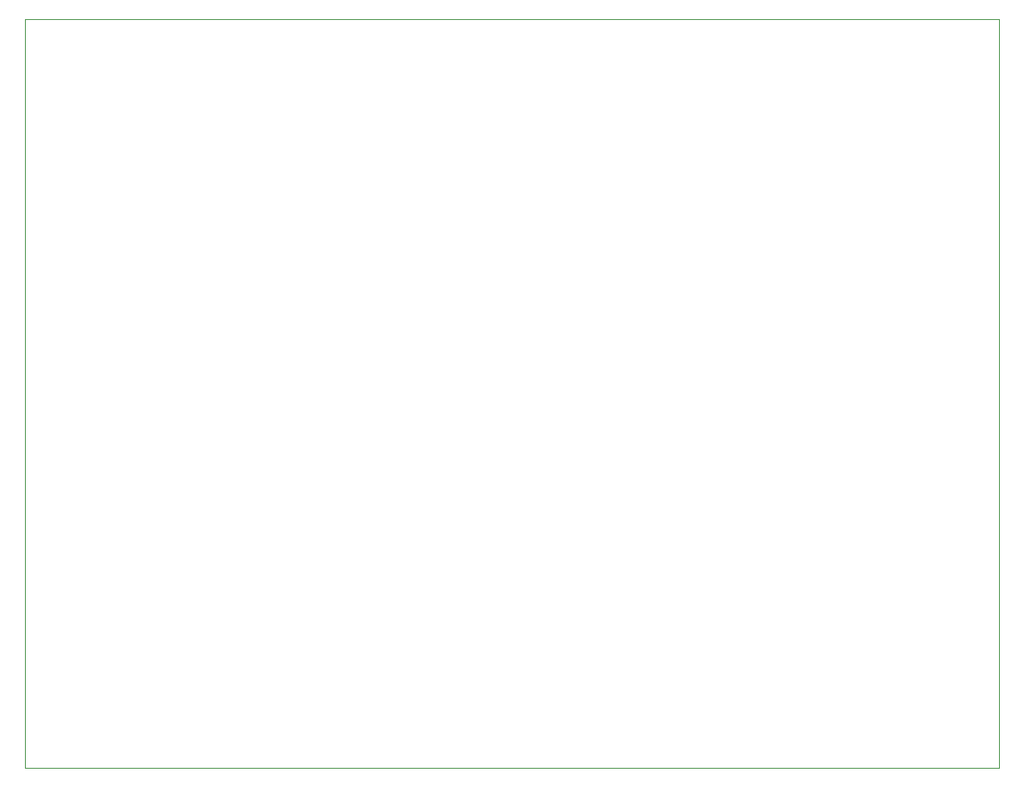
<source format=gbr>
%TF.GenerationSoftware,KiCad,Pcbnew,7.0.9*%
%TF.CreationDate,2023-12-21T11:10:10+01:00*%
%TF.ProjectId,OptiprodV2,4f707469-7072-46f6-9456-322e6b696361,rev?*%
%TF.SameCoordinates,Original*%
%TF.FileFunction,Profile,NP*%
%FSLAX46Y46*%
G04 Gerber Fmt 4.6, Leading zero omitted, Abs format (unit mm)*
G04 Created by KiCad (PCBNEW 7.0.9) date 2023-12-21 11:10:10*
%MOMM*%
%LPD*%
G01*
G04 APERTURE LIST*
%TA.AperFunction,Profile*%
%ADD10C,0.100000*%
%TD*%
G04 APERTURE END LIST*
D10*
X111760000Y-43180000D02*
X210820000Y-43180000D01*
X210820000Y-119380000D01*
X111760000Y-119380000D01*
X111760000Y-43180000D01*
M02*

</source>
